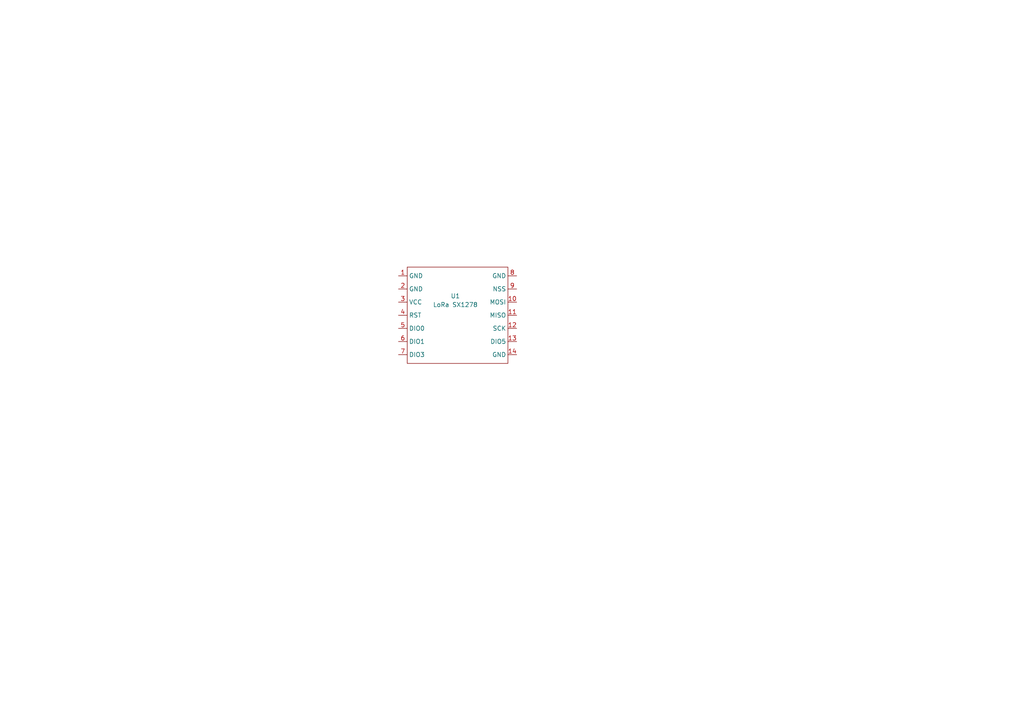
<source format=kicad_sch>
(kicad_sch
	(version 20250114)
	(generator "eeschema")
	(generator_version "9.0")
	(uuid "5bc10d7a-e5c6-49b1-a844-90b82a9e594c")
	(paper "A4")
	(lib_symbols
		(symbol "LoRa_SX1278:SX1278_LoRa"
			(exclude_from_sim no)
			(in_bom yes)
			(on_board yes)
			(property "Reference" "U1"
				(at 0 3.048 0)
				(effects
					(font
						(size 1.27 1.27)
					)
				)
			)
			(property "Value" "LoRa SX1278"
				(at 0 0.508 0)
				(effects
					(font
						(size 1.27 1.27)
					)
				)
			)
			(property "Footprint" ""
				(at 0 0 0)
				(effects
					(font
						(size 1.27 1.27)
					)
					(hide yes)
				)
			)
			(property "Datasheet" ""
				(at 0 0 0)
				(effects
					(font
						(size 1.27 1.27)
					)
					(hide yes)
				)
			)
			(property "Description" ""
				(at 0 0 0)
				(effects
					(font
						(size 1.27 1.27)
					)
					(hide yes)
				)
			)
			(symbol "SX1278_LoRa_0_1"
				(rectangle
					(start -13.97 11.43)
					(end 15.24 -16.51)
					(stroke
						(width 0)
						(type default)
					)
					(fill
						(type none)
					)
				)
			)
			(symbol "SX1278_LoRa_1_1"
				(pin bidirectional line
					(at -16.51 8.89 0)
					(length 2.54)
					(name "GND"
						(effects
							(font
								(size 1.27 1.27)
							)
						)
					)
					(number "1"
						(effects
							(font
								(size 1.27 1.27)
							)
						)
					)
				)
				(pin bidirectional line
					(at -16.51 5.08 0)
					(length 2.54)
					(name "GND"
						(effects
							(font
								(size 1.27 1.27)
							)
						)
					)
					(number "2"
						(effects
							(font
								(size 1.27 1.27)
							)
						)
					)
				)
				(pin bidirectional line
					(at -16.51 1.27 0)
					(length 2.54)
					(name "VCC"
						(effects
							(font
								(size 1.27 1.27)
							)
						)
					)
					(number "3"
						(effects
							(font
								(size 1.27 1.27)
							)
						)
					)
				)
				(pin bidirectional line
					(at -16.51 -2.54 0)
					(length 2.54)
					(name "RST"
						(effects
							(font
								(size 1.27 1.27)
							)
						)
					)
					(number "4"
						(effects
							(font
								(size 1.27 1.27)
							)
						)
					)
				)
				(pin bidirectional line
					(at -16.51 -6.35 0)
					(length 2.54)
					(name "DIO0"
						(effects
							(font
								(size 1.27 1.27)
							)
						)
					)
					(number "5"
						(effects
							(font
								(size 1.27 1.27)
							)
						)
					)
				)
				(pin bidirectional line
					(at -16.51 -10.16 0)
					(length 2.54)
					(name "DIO1"
						(effects
							(font
								(size 1.27 1.27)
							)
						)
					)
					(number "6"
						(effects
							(font
								(size 1.27 1.27)
							)
						)
					)
				)
				(pin bidirectional line
					(at -16.51 -13.97 0)
					(length 2.54)
					(name "DIO3"
						(effects
							(font
								(size 1.27 1.27)
							)
						)
					)
					(number "7"
						(effects
							(font
								(size 1.27 1.27)
							)
						)
					)
				)
				(pin bidirectional line
					(at 17.78 8.89 180)
					(length 2.54)
					(name "GND"
						(effects
							(font
								(size 1.27 1.27)
							)
						)
					)
					(number "8"
						(effects
							(font
								(size 1.27 1.27)
							)
						)
					)
				)
				(pin bidirectional line
					(at 17.78 5.08 180)
					(length 2.54)
					(name "NSS"
						(effects
							(font
								(size 1.27 1.27)
							)
						)
					)
					(number "9"
						(effects
							(font
								(size 1.27 1.27)
							)
						)
					)
				)
				(pin bidirectional line
					(at 17.78 1.27 180)
					(length 2.54)
					(name "MOSI"
						(effects
							(font
								(size 1.27 1.27)
							)
						)
					)
					(number "10"
						(effects
							(font
								(size 1.27 1.27)
							)
						)
					)
				)
				(pin bidirectional line
					(at 17.78 -2.54 180)
					(length 2.54)
					(name "MISO"
						(effects
							(font
								(size 1.27 1.27)
							)
						)
					)
					(number "11"
						(effects
							(font
								(size 1.27 1.27)
							)
						)
					)
				)
				(pin bidirectional line
					(at 17.78 -6.35 180)
					(length 2.54)
					(name "SCK"
						(effects
							(font
								(size 1.27 1.27)
							)
						)
					)
					(number "12"
						(effects
							(font
								(size 1.27 1.27)
							)
						)
					)
				)
				(pin bidirectional line
					(at 17.78 -10.16 180)
					(length 2.54)
					(name "DIO5"
						(effects
							(font
								(size 1.27 1.27)
							)
						)
					)
					(number "13"
						(effects
							(font
								(size 1.27 1.27)
							)
						)
					)
				)
				(pin bidirectional line
					(at 17.78 -13.97 180)
					(length 2.54)
					(name "GND"
						(effects
							(font
								(size 1.27 1.27)
							)
						)
					)
					(number "14"
						(effects
							(font
								(size 1.27 1.27)
							)
						)
					)
				)
			)
			(embedded_fonts no)
		)
	)
	(symbol
		(lib_id "LoRa_SX1278:SX1278_LoRa")
		(at 132.08 88.9 0)
		(unit 1)
		(exclude_from_sim no)
		(in_bom yes)
		(on_board yes)
		(dnp no)
		(fields_autoplaced yes)
		(uuid "702c4d95-5477-4224-8c56-e49871c57728")
		(property "Reference" "U1"
			(at 132.08 85.852 0)
			(effects
				(font
					(size 1.27 1.27)
				)
			)
		)
		(property "Value" "LoRa SX1278"
			(at 132.08 88.392 0)
			(effects
				(font
					(size 1.27 1.27)
				)
			)
		)
		(property "Footprint" "LoRa_SX1278_:LoRa_SX1278"
			(at 132.08 88.9 0)
			(effects
				(font
					(size 1.27 1.27)
				)
				(hide yes)
			)
		)
		(property "Datasheet" ""
			(at 132.08 88.9 0)
			(effects
				(font
					(size 1.27 1.27)
				)
				(hide yes)
			)
		)
		(property "Description" ""
			(at 132.08 88.9 0)
			(effects
				(font
					(size 1.27 1.27)
				)
				(hide yes)
			)
		)
		(pin "1"
			(uuid "0df2aa65-a27e-4cbb-bdc6-7824e4e1a6f3")
		)
		(pin "12"
			(uuid "ab91fb75-fd46-451f-8d1e-7cd0e44020e6")
		)
		(pin "14"
			(uuid "eba0335f-9637-4aa9-9ff1-02e4d509ade7")
		)
		(pin "6"
			(uuid "53e31902-d2c4-4bfa-8a56-c2aa3fc27b1a")
		)
		(pin "2"
			(uuid "cd42ce80-d319-4a33-aa21-5d5cb8fe40e9")
		)
		(pin "4"
			(uuid "960c2ee7-f346-48ca-be28-1d5966484879")
		)
		(pin "7"
			(uuid "a316bc89-5da2-4944-a172-4c8336990261")
		)
		(pin "5"
			(uuid "a509526b-060b-4f2d-8579-8532d34d2183")
		)
		(pin "8"
			(uuid "91b3afb0-5e88-4bd2-bfba-e027578ffe7c")
		)
		(pin "3"
			(uuid "317a8f7f-f197-4ea0-9b07-442b95da7a59")
		)
		(pin "9"
			(uuid "feb2abb4-9467-4231-ae90-b36fde717e5b")
		)
		(pin "10"
			(uuid "6f57bcfb-556f-49b4-aaea-f87f343b6880")
		)
		(pin "11"
			(uuid "7fa4c663-6d65-4efa-88ee-ed6b6aaaedfc")
		)
		(pin "13"
			(uuid "cbde372d-f608-4f9c-84ad-fe7d3a81c4d2")
		)
		(instances
			(project ""
				(path "/5bc10d7a-e5c6-49b1-a844-90b82a9e594c"
					(reference "U1")
					(unit 1)
				)
			)
		)
	)
	(sheet_instances
		(path "/"
			(page "1")
		)
	)
	(embedded_fonts no)
)

</source>
